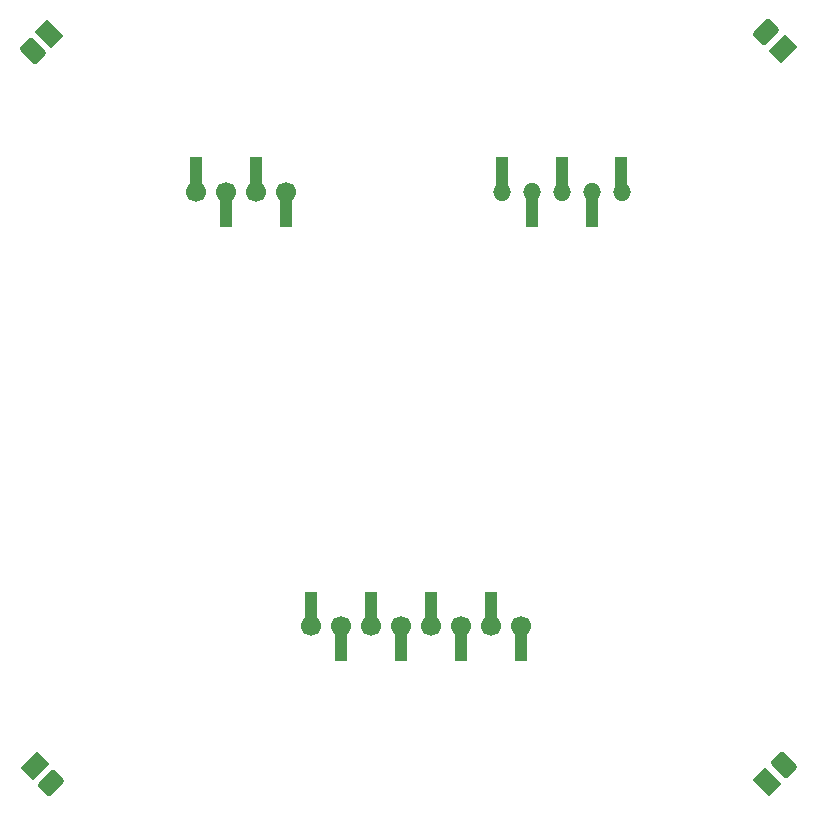
<source format=gbp>
%TF.GenerationSoftware,KiCad,Pcbnew,9.0.3*%
%TF.CreationDate,2025-07-30T12:07:42-04:00*%
%TF.ProjectId,LiteWingV2.5C,4c697465-5769-46e6-9756-322e35432e6b,rev?*%
%TF.SameCoordinates,Original*%
%TF.FileFunction,Paste,Bot*%
%TF.FilePolarity,Positive*%
%FSLAX46Y46*%
G04 Gerber Fmt 4.6, Leading zero omitted, Abs format (unit mm)*
G04 Created by KiCad (PCBNEW 9.0.3) date 2025-07-30 12:07:42*
%MOMM*%
%LPD*%
G01*
G04 APERTURE LIST*
G04 Aperture macros list*
%AMRoundRect*
0 Rectangle with rounded corners*
0 $1 Rounding radius*
0 $2 $3 $4 $5 $6 $7 $8 $9 X,Y pos of 4 corners*
0 Add a 4 corners polygon primitive as box body*
4,1,4,$2,$3,$4,$5,$6,$7,$8,$9,$2,$3,0*
0 Add four circle primitives for the rounded corners*
1,1,$1+$1,$2,$3*
1,1,$1+$1,$4,$5*
1,1,$1+$1,$6,$7*
1,1,$1+$1,$8,$9*
0 Add four rect primitives between the rounded corners*
20,1,$1+$1,$2,$3,$4,$5,0*
20,1,$1+$1,$4,$5,$6,$7,0*
20,1,$1+$1,$6,$7,$8,$9,0*
20,1,$1+$1,$8,$9,$2,$3,0*%
%AMRotRect*
0 Rectangle, with rotation*
0 The origin of the aperture is its center*
0 $1 length*
0 $2 width*
0 $3 Rotation angle, in degrees counterclockwise*
0 Add horizontal line*
21,1,$1,$2,0,0,$3*%
G04 Aperture macros list end*
%ADD10RoundRect,0.312500X-0.176777X0.795495X-0.795495X0.176777X0.176777X-0.795495X0.795495X-0.176777X0*%
%ADD11RotRect,1.500000X2.000000X225.000000*%
%ADD12RoundRect,0.312500X0.795495X0.176777X0.176777X0.795495X-0.795495X-0.176777X-0.176777X-0.795495X0*%
%ADD13RotRect,1.500000X2.000000X135.000000*%
%ADD14RoundRect,0.312500X0.176777X-0.795495X0.795495X-0.176777X-0.176777X0.795495X-0.795495X0.176777X0*%
%ADD15RotRect,1.500000X2.000000X45.000000*%
%ADD16RoundRect,0.312500X-0.795495X-0.176777X-0.176777X-0.795495X0.795495X0.176777X0.176777X0.795495X0*%
%ADD17RotRect,1.500000X2.000000X315.000000*%
%ADD18C,1.700000*%
%ADD19R,1.000000X2.510000*%
%ADD20O,1.524000X1.524000*%
G04 APERTURE END LIST*
D10*
%TO.C,J8*%
X179133199Y-124391485D03*
D11*
X177718985Y-125805699D03*
%TD*%
D12*
%TO.C,J9*%
X117141500Y-125899000D03*
D13*
X115727286Y-124484786D03*
%TD*%
D14*
%TO.C,J10*%
X115546801Y-63924515D03*
D15*
X116961015Y-62510301D03*
%TD*%
D16*
%TO.C,J7*%
X177666078Y-62332208D03*
D17*
X179080292Y-63746422D03*
%TD*%
D18*
%TO.C,J11*%
X156930000Y-112656500D03*
D19*
X156930000Y-114311500D03*
X154390000Y-111001500D03*
D18*
X154390000Y-112656500D03*
X151850000Y-112656500D03*
D19*
X151850000Y-114311500D03*
X149310000Y-111001501D03*
D18*
X149310000Y-112656500D03*
X146770000Y-112656500D03*
D19*
X146770000Y-114311500D03*
X144230000Y-111001500D03*
D18*
X144230000Y-112656500D03*
X141690000Y-112656500D03*
D19*
X141690000Y-114311500D03*
X139150000Y-111001500D03*
D18*
X139150000Y-112656500D03*
%TD*%
D19*
%TO.C,J13*%
X129347499Y-74214000D03*
D18*
X129347499Y-75869000D03*
D19*
X131887499Y-77524000D03*
D18*
X131887500Y-75869000D03*
D19*
X134427499Y-74214000D03*
D18*
X134427499Y-75869000D03*
X136967499Y-75869000D03*
D19*
X136967499Y-77524000D03*
%TD*%
D20*
%TO.C,J12*%
X155289499Y-75869000D03*
D19*
X155289500Y-74214000D03*
D20*
X157829499Y-75869000D03*
D19*
X157829499Y-77524000D03*
D20*
X160369498Y-75869000D03*
D19*
X160369499Y-74214000D03*
D20*
X162909499Y-75869000D03*
D19*
X162909499Y-77524000D03*
X165410499Y-74214000D03*
D20*
X165449499Y-75869000D03*
%TD*%
M02*

</source>
